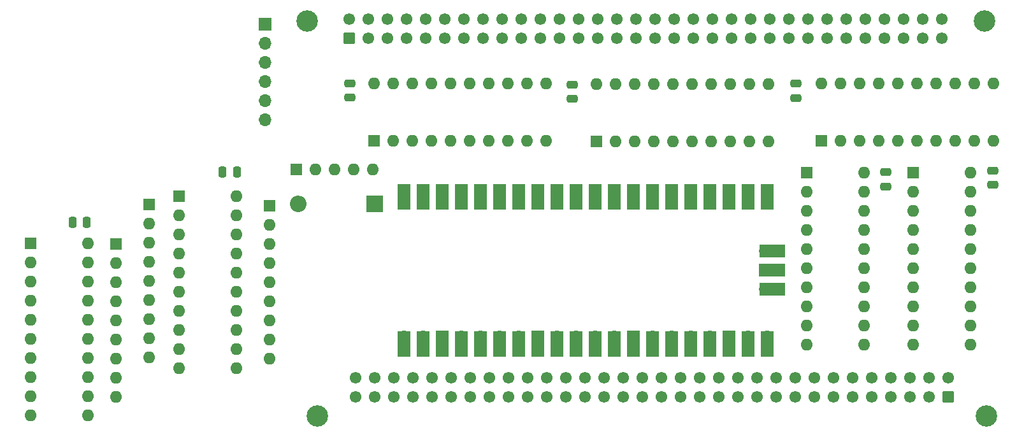
<source format=gbr>
%TF.GenerationSoftware,KiCad,Pcbnew,(6.0.9)*%
%TF.CreationDate,2023-02-07T16:21:55+00:00*%
%TF.ProjectId,Apricot-Hard-Disk-Interface,41707269-636f-4742-9d48-6172642d4469,rev?*%
%TF.SameCoordinates,Original*%
%TF.FileFunction,Soldermask,Top*%
%TF.FilePolarity,Negative*%
%FSLAX46Y46*%
G04 Gerber Fmt 4.6, Leading zero omitted, Abs format (unit mm)*
G04 Created by KiCad (PCBNEW (6.0.9)) date 2023-02-07 16:21:55*
%MOMM*%
%LPD*%
G01*
G04 APERTURE LIST*
G04 Aperture macros list*
%AMRoundRect*
0 Rectangle with rounded corners*
0 $1 Rounding radius*
0 $2 $3 $4 $5 $6 $7 $8 $9 X,Y pos of 4 corners*
0 Add a 4 corners polygon primitive as box body*
4,1,4,$2,$3,$4,$5,$6,$7,$8,$9,$2,$3,0*
0 Add four circle primitives for the rounded corners*
1,1,$1+$1,$2,$3*
1,1,$1+$1,$4,$5*
1,1,$1+$1,$6,$7*
1,1,$1+$1,$8,$9*
0 Add four rect primitives between the rounded corners*
20,1,$1+$1,$2,$3,$4,$5,0*
20,1,$1+$1,$4,$5,$6,$7,0*
20,1,$1+$1,$6,$7,$8,$9,0*
20,1,$1+$1,$8,$9,$2,$3,0*%
G04 Aperture macros list end*
%ADD10R,1.600000X1.600000*%
%ADD11O,1.600000X1.600000*%
%ADD12RoundRect,0.250000X-0.475000X0.250000X-0.475000X-0.250000X0.475000X-0.250000X0.475000X0.250000X0*%
%ADD13RoundRect,0.250000X0.250000X0.475000X-0.250000X0.475000X-0.250000X-0.475000X0.250000X-0.475000X0*%
%ADD14R,2.200000X2.200000*%
%ADD15O,2.200000X2.200000*%
%ADD16C,2.850000*%
%ADD17RoundRect,0.249999X0.525001X0.525001X-0.525001X0.525001X-0.525001X-0.525001X0.525001X-0.525001X0*%
%ADD18C,1.550000*%
%ADD19RoundRect,0.249999X0.525001X-0.525001X0.525001X0.525001X-0.525001X0.525001X-0.525001X-0.525001X0*%
%ADD20O,1.700000X1.700000*%
%ADD21R,1.700000X3.500000*%
%ADD22R,1.700000X1.700000*%
%ADD23R,3.500000X1.700000*%
G04 APERTURE END LIST*
D10*
%TO.C,U3*%
X102100000Y-105750000D03*
D11*
X102100000Y-108290000D03*
X102100000Y-110830000D03*
X102100000Y-113370000D03*
X102100000Y-115910000D03*
X102100000Y-118450000D03*
X102100000Y-120990000D03*
X102100000Y-123530000D03*
X102100000Y-126070000D03*
X102100000Y-128610000D03*
X109720000Y-128610000D03*
X109720000Y-126070000D03*
X109720000Y-123530000D03*
X109720000Y-120990000D03*
X109720000Y-118450000D03*
X109720000Y-115910000D03*
X109720000Y-113370000D03*
X109720000Y-110830000D03*
X109720000Y-108290000D03*
X109720000Y-105750000D03*
%TD*%
D12*
%TO.C,C6*%
X210200000Y-102350000D03*
X210200000Y-104250000D03*
%TD*%
D13*
%TO.C,C2*%
X89850000Y-109200000D03*
X87950000Y-109200000D03*
%TD*%
D10*
%TO.C,RN3*%
X117650000Y-102150000D03*
D11*
X120190000Y-102150000D03*
X122730000Y-102150000D03*
X125270000Y-102150000D03*
X127810000Y-102150000D03*
%TD*%
D10*
%TO.C,U1*%
X128025000Y-98400000D03*
D11*
X130565000Y-98400000D03*
X133105000Y-98400000D03*
X135645000Y-98400000D03*
X138185000Y-98400000D03*
X140725000Y-98400000D03*
X143265000Y-98400000D03*
X145805000Y-98400000D03*
X148345000Y-98400000D03*
X150885000Y-98400000D03*
X150885000Y-90780000D03*
X148345000Y-90780000D03*
X145805000Y-90780000D03*
X143265000Y-90780000D03*
X140725000Y-90780000D03*
X138185000Y-90780000D03*
X135645000Y-90780000D03*
X133105000Y-90780000D03*
X130565000Y-90780000D03*
X128025000Y-90780000D03*
%TD*%
D14*
%TO.C,D1*%
X128130000Y-106750000D03*
D15*
X117970000Y-106750000D03*
%TD*%
D10*
%TO.C,U6*%
X199600000Y-102600000D03*
D11*
X199600000Y-105140000D03*
X199600000Y-107680000D03*
X199600000Y-110220000D03*
X199600000Y-112760000D03*
X199600000Y-115300000D03*
X199600000Y-117840000D03*
X199600000Y-120380000D03*
X199600000Y-122920000D03*
X199600000Y-125460000D03*
X207220000Y-125460000D03*
X207220000Y-122920000D03*
X207220000Y-120380000D03*
X207220000Y-117840000D03*
X207220000Y-115300000D03*
X207220000Y-112760000D03*
X207220000Y-110220000D03*
X207220000Y-107680000D03*
X207220000Y-105140000D03*
X207220000Y-102600000D03*
%TD*%
D10*
%TO.C,RN2*%
X93750000Y-112100000D03*
D11*
X93750000Y-114640000D03*
X93750000Y-117180000D03*
X93750000Y-119720000D03*
X93750000Y-122260000D03*
X93750000Y-124800000D03*
X93750000Y-127340000D03*
X93750000Y-129880000D03*
X93750000Y-132420000D03*
%TD*%
D10*
%TO.C,U7*%
X185500000Y-102600000D03*
D11*
X185500000Y-105140000D03*
X185500000Y-107680000D03*
X185500000Y-110220000D03*
X185500000Y-112760000D03*
X185500000Y-115300000D03*
X185500000Y-117840000D03*
X185500000Y-120380000D03*
X185500000Y-122920000D03*
X185500000Y-125460000D03*
X193120000Y-125460000D03*
X193120000Y-122920000D03*
X193120000Y-120380000D03*
X193120000Y-117840000D03*
X193120000Y-115300000D03*
X193120000Y-112760000D03*
X193120000Y-110220000D03*
X193120000Y-107680000D03*
X193120000Y-105140000D03*
X193120000Y-102600000D03*
%TD*%
D12*
%TO.C,C7*%
X196000000Y-102550000D03*
X196000000Y-104450000D03*
%TD*%
D10*
%TO.C,U2*%
X82350000Y-112025000D03*
D11*
X82350000Y-114565000D03*
X82350000Y-117105000D03*
X82350000Y-119645000D03*
X82350000Y-122185000D03*
X82350000Y-124725000D03*
X82350000Y-127265000D03*
X82350000Y-129805000D03*
X82350000Y-132345000D03*
X82350000Y-134885000D03*
X89970000Y-134885000D03*
X89970000Y-132345000D03*
X89970000Y-129805000D03*
X89970000Y-127265000D03*
X89970000Y-124725000D03*
X89970000Y-122185000D03*
X89970000Y-119645000D03*
X89970000Y-117105000D03*
X89970000Y-114565000D03*
X89970000Y-112025000D03*
%TD*%
D16*
%TO.C,J1*%
X120480000Y-134940000D03*
X209380000Y-134940000D03*
D17*
X204300000Y-132400000D03*
D18*
X201760000Y-132400000D03*
X199220000Y-132400000D03*
X196680000Y-132400000D03*
X194140000Y-132400000D03*
X191600000Y-132400000D03*
X189060000Y-132400000D03*
X186520000Y-132400000D03*
X183980000Y-132400000D03*
X181440000Y-132400000D03*
X178900000Y-132400000D03*
X176360000Y-132400000D03*
X173820000Y-132400000D03*
X171280000Y-132400000D03*
X168740000Y-132400000D03*
X166200000Y-132400000D03*
X163660000Y-132400000D03*
X161120000Y-132400000D03*
X158580000Y-132400000D03*
X156040000Y-132400000D03*
X153500000Y-132400000D03*
X150960000Y-132400000D03*
X148420000Y-132400000D03*
X145880000Y-132400000D03*
X143340000Y-132400000D03*
X140800000Y-132400000D03*
X138260000Y-132400000D03*
X135720000Y-132400000D03*
X133180000Y-132400000D03*
X130640000Y-132400000D03*
X128100000Y-132400000D03*
X125560000Y-132400000D03*
X204300000Y-129860000D03*
X201760000Y-129860000D03*
X199220000Y-129860000D03*
X196680000Y-129860000D03*
X194140000Y-129860000D03*
X191600000Y-129860000D03*
X189060000Y-129860000D03*
X186520000Y-129860000D03*
X183980000Y-129860000D03*
X181440000Y-129860000D03*
X178900000Y-129860000D03*
X176360000Y-129860000D03*
X173820000Y-129860000D03*
X171280000Y-129860000D03*
X168740000Y-129860000D03*
X166200000Y-129860000D03*
X163660000Y-129860000D03*
X161120000Y-129860000D03*
X158580000Y-129860000D03*
X156040000Y-129860000D03*
X153500000Y-129860000D03*
X150960000Y-129860000D03*
X148420000Y-129860000D03*
X145880000Y-129860000D03*
X143340000Y-129860000D03*
X140800000Y-129860000D03*
X138260000Y-129860000D03*
X135720000Y-129860000D03*
X133180000Y-129860000D03*
X130640000Y-129860000D03*
X128100000Y-129860000D03*
X125560000Y-129860000D03*
%TD*%
D16*
%TO.C,J2*%
X119100000Y-82472500D03*
X209100000Y-82472500D03*
D19*
X124730000Y-84712500D03*
D18*
X127270000Y-84712500D03*
X129810000Y-84712500D03*
X132350000Y-84712500D03*
X134890000Y-84712500D03*
X137430000Y-84712500D03*
X139970000Y-84712500D03*
X142510000Y-84712500D03*
X145050000Y-84712500D03*
X147590000Y-84712500D03*
X150130000Y-84712500D03*
X152670000Y-84712500D03*
X155210000Y-84712500D03*
X157750000Y-84712500D03*
X160290000Y-84712500D03*
X162830000Y-84712500D03*
X165370000Y-84712500D03*
X167910000Y-84712500D03*
X170450000Y-84712500D03*
X172990000Y-84712500D03*
X175530000Y-84712500D03*
X178070000Y-84712500D03*
X180610000Y-84712500D03*
X183150000Y-84712500D03*
X185690000Y-84712500D03*
X188230000Y-84712500D03*
X190770000Y-84712500D03*
X193310000Y-84712500D03*
X195850000Y-84712500D03*
X198390000Y-84712500D03*
X200930000Y-84712500D03*
X203470000Y-84712500D03*
X124730000Y-82172500D03*
X127270000Y-82172500D03*
X129810000Y-82172500D03*
X132350000Y-82172500D03*
X134890000Y-82172500D03*
X137430000Y-82172500D03*
X139970000Y-82172500D03*
X142510000Y-82172500D03*
X145050000Y-82172500D03*
X147590000Y-82172500D03*
X150130000Y-82172500D03*
X152670000Y-82172500D03*
X155210000Y-82172500D03*
X157750000Y-82172500D03*
X160290000Y-82172500D03*
X162830000Y-82172500D03*
X165370000Y-82172500D03*
X167910000Y-82172500D03*
X170450000Y-82172500D03*
X172990000Y-82172500D03*
X175530000Y-82172500D03*
X178070000Y-82172500D03*
X180610000Y-82172500D03*
X183150000Y-82172500D03*
X185690000Y-82172500D03*
X188230000Y-82172500D03*
X190770000Y-82172500D03*
X193310000Y-82172500D03*
X195850000Y-82172500D03*
X198390000Y-82172500D03*
X200930000Y-82172500D03*
X203470000Y-82172500D03*
%TD*%
D10*
%TO.C,U5*%
X187475000Y-98400000D03*
D11*
X190015000Y-98400000D03*
X192555000Y-98400000D03*
X195095000Y-98400000D03*
X197635000Y-98400000D03*
X200175000Y-98400000D03*
X202715000Y-98400000D03*
X205255000Y-98400000D03*
X207795000Y-98400000D03*
X210335000Y-98400000D03*
X210335000Y-90780000D03*
X207795000Y-90780000D03*
X205255000Y-90780000D03*
X202715000Y-90780000D03*
X200175000Y-90780000D03*
X197635000Y-90780000D03*
X195095000Y-90780000D03*
X192555000Y-90780000D03*
X190015000Y-90780000D03*
X187475000Y-90780000D03*
%TD*%
D20*
%TO.C,P1*%
X131970000Y-124490000D03*
D21*
X131970000Y-125390000D03*
D20*
X134510000Y-124490000D03*
D21*
X134510000Y-125390000D03*
D22*
X137050000Y-124490000D03*
D21*
X137050000Y-125390000D03*
X139590000Y-125390000D03*
D20*
X139590000Y-124490000D03*
D21*
X142130000Y-125390000D03*
D20*
X142130000Y-124490000D03*
D21*
X144670000Y-125390000D03*
D20*
X144670000Y-124490000D03*
X147210000Y-124490000D03*
D21*
X147210000Y-125390000D03*
D22*
X149750000Y-124490000D03*
D21*
X149750000Y-125390000D03*
X152290000Y-125390000D03*
D20*
X152290000Y-124490000D03*
D21*
X154830000Y-125390000D03*
D20*
X154830000Y-124490000D03*
X157370000Y-124490000D03*
D21*
X157370000Y-125390000D03*
X159910000Y-125390000D03*
D20*
X159910000Y-124490000D03*
D22*
X162450000Y-124490000D03*
D21*
X162450000Y-125390000D03*
X164990000Y-125390000D03*
D20*
X164990000Y-124490000D03*
X167530000Y-124490000D03*
D21*
X167530000Y-125390000D03*
X170070000Y-125390000D03*
D20*
X170070000Y-124490000D03*
X172610000Y-124490000D03*
D21*
X172610000Y-125390000D03*
D22*
X175150000Y-124490000D03*
D21*
X175150000Y-125390000D03*
X177690000Y-125390000D03*
D20*
X177690000Y-124490000D03*
D21*
X180230000Y-125390000D03*
D20*
X180230000Y-124490000D03*
X180230000Y-106710000D03*
D21*
X180230000Y-105810000D03*
D20*
X177690000Y-106710000D03*
D21*
X177690000Y-105810000D03*
X175150000Y-105810000D03*
D22*
X175150000Y-106710000D03*
D21*
X172610000Y-105810000D03*
D20*
X172610000Y-106710000D03*
D21*
X170070000Y-105810000D03*
D20*
X170070000Y-106710000D03*
X167530000Y-106710000D03*
D21*
X167530000Y-105810000D03*
X164990000Y-105810000D03*
D20*
X164990000Y-106710000D03*
D22*
X162450000Y-106710000D03*
D21*
X162450000Y-105810000D03*
X159910000Y-105810000D03*
D20*
X159910000Y-106710000D03*
X157370000Y-106710000D03*
D21*
X157370000Y-105810000D03*
D20*
X154830000Y-106710000D03*
D21*
X154830000Y-105810000D03*
X152290000Y-105810000D03*
D20*
X152290000Y-106710000D03*
D22*
X149750000Y-106710000D03*
D21*
X149750000Y-105810000D03*
D20*
X147210000Y-106710000D03*
D21*
X147210000Y-105810000D03*
X144670000Y-105810000D03*
D20*
X144670000Y-106710000D03*
X142130000Y-106710000D03*
D21*
X142130000Y-105810000D03*
X139590000Y-105810000D03*
D20*
X139590000Y-106710000D03*
D22*
X137050000Y-106710000D03*
D21*
X137050000Y-105810000D03*
D20*
X134510000Y-106710000D03*
D21*
X134510000Y-105810000D03*
D20*
X131970000Y-106710000D03*
D21*
X131970000Y-105810000D03*
D23*
X180900000Y-118140000D03*
D20*
X180000000Y-118140000D03*
D22*
X180000000Y-115600000D03*
D23*
X180900000Y-115600000D03*
D20*
X180000000Y-113060000D03*
D23*
X180900000Y-113060000D03*
%TD*%
D10*
%TO.C,RN4*%
X98150000Y-106850000D03*
D11*
X98150000Y-109390000D03*
X98150000Y-111930000D03*
X98150000Y-114470000D03*
X98150000Y-117010000D03*
X98150000Y-119550000D03*
X98150000Y-122090000D03*
X98150000Y-124630000D03*
X98150000Y-127170000D03*
%TD*%
D12*
%TO.C,C4*%
X154300000Y-90900000D03*
X154300000Y-92800000D03*
%TD*%
D10*
%TO.C,U4*%
X157575000Y-98500000D03*
D11*
X160115000Y-98500000D03*
X162655000Y-98500000D03*
X165195000Y-98500000D03*
X167735000Y-98500000D03*
X170275000Y-98500000D03*
X172815000Y-98500000D03*
X175355000Y-98500000D03*
X177895000Y-98500000D03*
X180435000Y-98500000D03*
X180435000Y-90880000D03*
X177895000Y-90880000D03*
X175355000Y-90880000D03*
X172815000Y-90880000D03*
X170275000Y-90880000D03*
X167735000Y-90880000D03*
X165195000Y-90880000D03*
X162655000Y-90880000D03*
X160115000Y-90880000D03*
X157575000Y-90880000D03*
%TD*%
D12*
%TO.C,C5*%
X184100000Y-90800000D03*
X184100000Y-92700000D03*
%TD*%
D22*
%TO.C,J3*%
X113550000Y-82925000D03*
D20*
X113550000Y-85465000D03*
X113550000Y-88005000D03*
X113550000Y-90545000D03*
X113550000Y-93085000D03*
X113550000Y-95625000D03*
%TD*%
D10*
%TO.C,RN1*%
X114100000Y-107050000D03*
D11*
X114100000Y-109590000D03*
X114100000Y-112130000D03*
X114100000Y-114670000D03*
X114100000Y-117210000D03*
X114100000Y-119750000D03*
X114100000Y-122290000D03*
X114100000Y-124830000D03*
X114100000Y-127370000D03*
%TD*%
D12*
%TO.C,C1*%
X124800000Y-90750000D03*
X124800000Y-92650000D03*
%TD*%
D13*
%TO.C,C3*%
X109800000Y-102500000D03*
X107900000Y-102500000D03*
%TD*%
M02*

</source>
